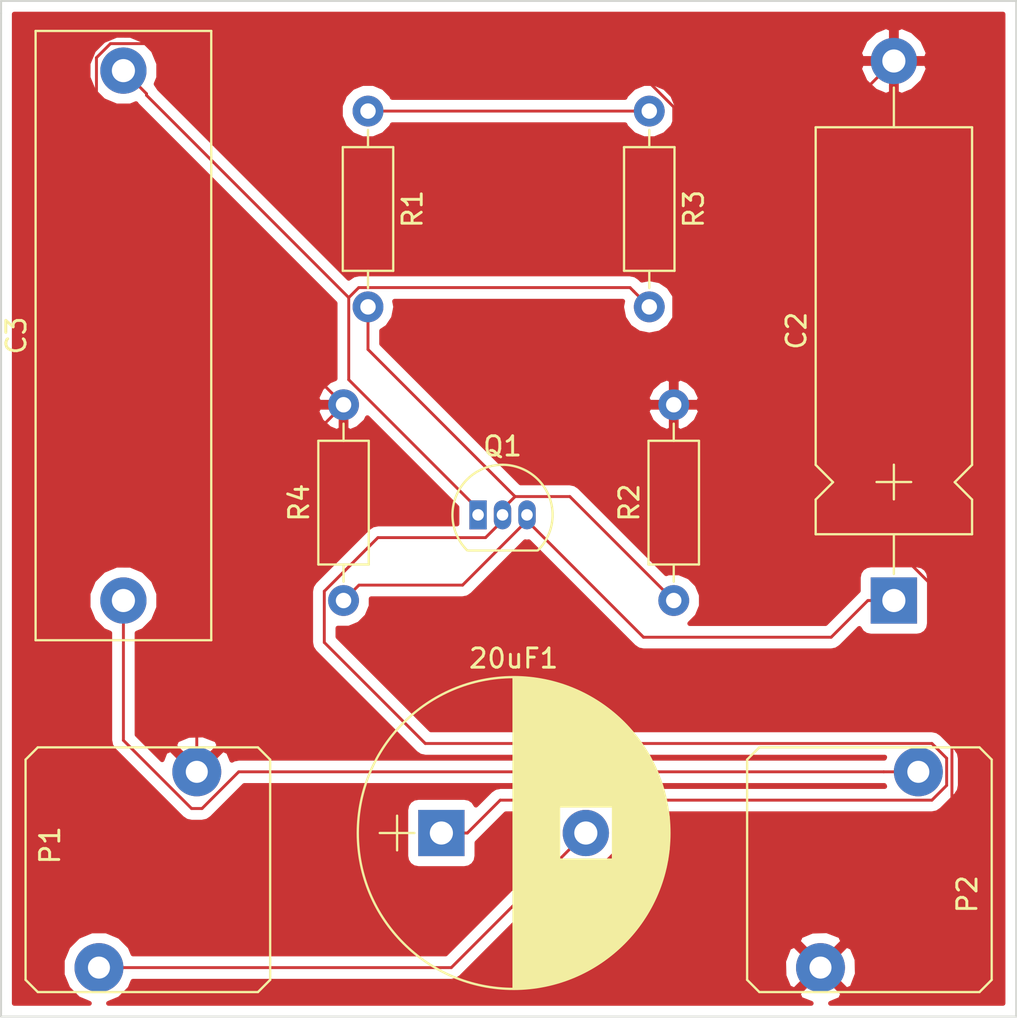
<source format=kicad_pcb>
(kicad_pcb (version 4) (host pcbnew 4.0.5)

  (general
    (links 14)
    (no_connects 0)
    (area 125.595 66.624999 178.485001 119.94)
    (thickness 1.6)
    (drawings 5)
    (tracks 62)
    (zones 0)
    (modules 10)
    (nets 8)
  )

  (page A4)
  (title_block
    (title Single_Transistor_AMP)
    (date 2017-05-11)
    (rev V1.0)
    (company "Ventspils University")
    (comment 2 "Emin Can Ozdemir")
    (comment 3 "PCB_Cad lecture")
  )

  (layers
    (0 F.Cu signal)
    (31 B.Cu signal)
    (33 F.Adhes user)
    (35 F.Paste user)
    (37 F.SilkS user)
    (39 F.Mask user)
    (40 Dwgs.User user)
    (41 Cmts.User user)
    (42 Eco1.User user)
    (43 Eco2.User user)
    (44 Edge.Cuts user)
    (45 Margin user)
    (47 F.CrtYd user)
    (49 F.Fab user)
  )

  (setup
    (last_trace_width 0.15)
    (trace_clearance 0.125)
    (zone_clearance 0.508)
    (zone_45_only no)
    (trace_min 0.1)
    (segment_width 0.2)
    (edge_width 0.1)
    (via_size 0.6)
    (via_drill 0.4)
    (via_min_size 0.4)
    (via_min_drill 0.3)
    (uvia_size 0.3)
    (uvia_drill 0.1)
    (uvias_allowed no)
    (uvia_min_size 0.2)
    (uvia_min_drill 0.1)
    (pcb_text_width 0.3)
    (pcb_text_size 1.5 1.5)
    (mod_edge_width 0.15)
    (mod_text_size 1 1)
    (mod_text_width 0.15)
    (pad_size 1.5 1.5)
    (pad_drill 0.6)
    (pad_to_mask_clearance 0)
    (aux_axis_origin 0 0)
    (visible_elements 7FFFEFFF)
    (pcbplotparams
      (layerselection 0x00020_80000001)
      (usegerberextensions false)
      (excludeedgelayer true)
      (linewidth 0.100000)
      (plotframeref false)
      (viasonmask false)
      (mode 1)
      (useauxorigin false)
      (hpglpennumber 1)
      (hpglpenspeed 20)
      (hpglpendiameter 15)
      (hpglpenoverlay 2)
      (psnegative false)
      (psa4output false)
      (plotreference true)
      (plotvalue false)
      (plotinvisibletext false)
      (padsonsilk false)
      (subtractmaskfromsilk false)
      (outputformat 1)
      (mirror false)
      (drillshape 0)
      (scaleselection 1)
      (outputdirectory ""))
  )

  (net 0 "")
  (net 1 "Net-(20uF1-Pad1)")
  (net 2 "Net-(20uF1-Pad2)")
  (net 3 "Net-(C2-Pad1)")
  (net 4 GND)
  (net 5 "Net-(C3-Pad1)")
  (net 6 "Net-(C3-Pad2)")
  (net 7 +12C)

  (net_class Default "This is the default net class."
    (clearance 0.125)
    (trace_width 0.15)
    (via_dia 0.6)
    (via_drill 0.4)
    (uvia_dia 0.3)
    (uvia_drill 0.1)
    (add_net +12C)
    (add_net GND)
    (add_net "Net-(20uF1-Pad1)")
    (add_net "Net-(20uF1-Pad2)")
    (add_net "Net-(C2-Pad1)")
    (add_net "Net-(C3-Pad1)")
    (add_net "Net-(C3-Pad2)")
  )

  (net_class power ""
    (clearance 0.15)
    (trace_width 0.25)
    (via_dia 0.6)
    (via_drill 0.4)
    (uvia_dia 0.3)
    (uvia_drill 0.1)
  )

  (module Resistors_THT:R_Axial_DIN0207_L6.3mm_D2.5mm_P10.16mm_Horizontal (layer F.Cu) (tedit 5874F706) (tstamp 5925D8DA)
    (at 159.385 72.39 270)
    (descr "Resistor, Axial_DIN0207 series, Axial, Horizontal, pin pitch=10.16mm, 0.25W = 1/4W, length*diameter=6.3*2.5mm^2, http://cdn-reichelt.de/documents/datenblatt/B400/1_4W%23YAG.pdf")
    (tags "Resistor Axial_DIN0207 series Axial Horizontal pin pitch 10.16mm 0.25W = 1/4W length 6.3mm diameter 2.5mm")
    (path /58D39641)
    (fp_text reference R3 (at 5.08 -2.31 270) (layer F.SilkS)
      (effects (font (size 1 1) (thickness 0.15)))
    )
    (fp_text value 4,7k (at 5.08 2.31 270) (layer F.Fab)
      (effects (font (size 1 1) (thickness 0.15)))
    )
    (fp_line (start 1.93 -1.25) (end 1.93 1.25) (layer F.Fab) (width 0.1))
    (fp_line (start 1.93 1.25) (end 8.23 1.25) (layer F.Fab) (width 0.1))
    (fp_line (start 8.23 1.25) (end 8.23 -1.25) (layer F.Fab) (width 0.1))
    (fp_line (start 8.23 -1.25) (end 1.93 -1.25) (layer F.Fab) (width 0.1))
    (fp_line (start 0 0) (end 1.93 0) (layer F.Fab) (width 0.1))
    (fp_line (start 10.16 0) (end 8.23 0) (layer F.Fab) (width 0.1))
    (fp_line (start 1.87 -1.31) (end 1.87 1.31) (layer F.SilkS) (width 0.12))
    (fp_line (start 1.87 1.31) (end 8.29 1.31) (layer F.SilkS) (width 0.12))
    (fp_line (start 8.29 1.31) (end 8.29 -1.31) (layer F.SilkS) (width 0.12))
    (fp_line (start 8.29 -1.31) (end 1.87 -1.31) (layer F.SilkS) (width 0.12))
    (fp_line (start 0.98 0) (end 1.87 0) (layer F.SilkS) (width 0.12))
    (fp_line (start 9.18 0) (end 8.29 0) (layer F.SilkS) (width 0.12))
    (fp_line (start -1.05 -1.6) (end -1.05 1.6) (layer F.CrtYd) (width 0.05))
    (fp_line (start -1.05 1.6) (end 11.25 1.6) (layer F.CrtYd) (width 0.05))
    (fp_line (start 11.25 1.6) (end 11.25 -1.6) (layer F.CrtYd) (width 0.05))
    (fp_line (start 11.25 -1.6) (end -1.05 -1.6) (layer F.CrtYd) (width 0.05))
    (pad 1 thru_hole circle (at 0 0 270) (size 1.6 1.6) (drill 0.8) (layers *.Cu *.Mask)
      (net 7 +12C))
    (pad 2 thru_hole oval (at 10.16 0 270) (size 1.6 1.6) (drill 0.8) (layers *.Cu *.Mask)
      (net 6 "Net-(C3-Pad2)"))
    (model Resistors_THT.3dshapes/R_Axial_DIN0207_L6.3mm_D2.5mm_P10.16mm_Horizontal.wrl
      (at (xyz 0 0 0))
      (scale (xyz 0.393701 0.393701 0.393701))
      (rotate (xyz 0 0 0))
    )
  )

  (module Capacitors_THT:C_Rect_L31.5mm_W9.0mm_P27.50mm_MKS4 (layer F.Cu) (tedit 5920C257) (tstamp 5925D86A)
    (at 132.08 97.79 90)
    (descr "C, Rect series, Radial, pin pitch=27.50mm, , length*width=31.5*9mm^2, Capacitor, http://www.wima.com/EN/WIMA_MKS_4.pdf")
    (tags "C Rect series Radial pin pitch 27.50mm  length 31.5mm width 9mm Capacitor")
    (path /58D3967E)
    (fp_text reference C3 (at 13.75 -5.56 90) (layer F.SilkS)
      (effects (font (size 1 1) (thickness 0.15)))
    )
    (fp_text value 20uF (at 13.75 5.56 90) (layer F.Fab)
      (effects (font (size 1 1) (thickness 0.15)))
    )
    (fp_text user %R (at 13.75 0 90) (layer F.Fab)
      (effects (font (size 1 1) (thickness 0.15)))
    )
    (fp_line (start -2 -4.5) (end -2 4.5) (layer F.Fab) (width 0.1))
    (fp_line (start -2 4.5) (end 29.5 4.5) (layer F.Fab) (width 0.1))
    (fp_line (start 29.5 4.5) (end 29.5 -4.5) (layer F.Fab) (width 0.1))
    (fp_line (start 29.5 -4.5) (end -2 -4.5) (layer F.Fab) (width 0.1))
    (fp_line (start -2.06 -4.56) (end 29.56 -4.56) (layer F.SilkS) (width 0.12))
    (fp_line (start -2.06 4.56) (end 29.56 4.56) (layer F.SilkS) (width 0.12))
    (fp_line (start -2.06 -4.56) (end -2.06 4.56) (layer F.SilkS) (width 0.12))
    (fp_line (start 29.56 -4.56) (end 29.56 4.56) (layer F.SilkS) (width 0.12))
    (fp_line (start -2.35 -4.85) (end -2.35 4.85) (layer F.CrtYd) (width 0.05))
    (fp_line (start -2.35 4.85) (end 29.85 4.85) (layer F.CrtYd) (width 0.05))
    (fp_line (start 29.85 4.85) (end 29.85 -4.85) (layer F.CrtYd) (width 0.05))
    (fp_line (start 29.85 -4.85) (end -2.35 -4.85) (layer F.CrtYd) (width 0.05))
    (pad 1 thru_hole circle (at 0 0 90) (size 2.4 2.4) (drill 1.2) (layers *.Cu *.Mask)
      (net 5 "Net-(C3-Pad1)"))
    (pad 2 thru_hole circle (at 27.5 0 90) (size 2.4 2.4) (drill 1.2) (layers *.Cu *.Mask)
      (net 6 "Net-(C3-Pad2)"))
    (model ${KISYS3DMOD}/Capacitors_THT.3dshapes/C_Rect_L31.5mm_W9.0mm_P27.50mm_MKS4.wrl
      (at (xyz 0 0 0))
      (scale (xyz 0.393701 0.393701 0.393701))
      (rotate (xyz 0 0 0))
    )
  )

  (module Resistors_THT:R_Axial_DIN0207_L6.3mm_D2.5mm_P10.16mm_Horizontal (layer F.Cu) (tedit 5874F706) (tstamp 5925D8F0)
    (at 143.51 97.79 90)
    (descr "Resistor, Axial_DIN0207 series, Axial, Horizontal, pin pitch=10.16mm, 0.25W = 1/4W, length*diameter=6.3*2.5mm^2, http://cdn-reichelt.de/documents/datenblatt/B400/1_4W%23YAG.pdf")
    (tags "Resistor Axial_DIN0207 series Axial Horizontal pin pitch 10.16mm 0.25W = 1/4W length 6.3mm diameter 2.5mm")
    (path /58D3971A)
    (fp_text reference R4 (at 5.08 -2.31 90) (layer F.SilkS)
      (effects (font (size 1 1) (thickness 0.15)))
    )
    (fp_text value 1,8k (at 5.08 2.31 90) (layer F.Fab)
      (effects (font (size 1 1) (thickness 0.15)))
    )
    (fp_line (start 1.93 -1.25) (end 1.93 1.25) (layer F.Fab) (width 0.1))
    (fp_line (start 1.93 1.25) (end 8.23 1.25) (layer F.Fab) (width 0.1))
    (fp_line (start 8.23 1.25) (end 8.23 -1.25) (layer F.Fab) (width 0.1))
    (fp_line (start 8.23 -1.25) (end 1.93 -1.25) (layer F.Fab) (width 0.1))
    (fp_line (start 0 0) (end 1.93 0) (layer F.Fab) (width 0.1))
    (fp_line (start 10.16 0) (end 8.23 0) (layer F.Fab) (width 0.1))
    (fp_line (start 1.87 -1.31) (end 1.87 1.31) (layer F.SilkS) (width 0.12))
    (fp_line (start 1.87 1.31) (end 8.29 1.31) (layer F.SilkS) (width 0.12))
    (fp_line (start 8.29 1.31) (end 8.29 -1.31) (layer F.SilkS) (width 0.12))
    (fp_line (start 8.29 -1.31) (end 1.87 -1.31) (layer F.SilkS) (width 0.12))
    (fp_line (start 0.98 0) (end 1.87 0) (layer F.SilkS) (width 0.12))
    (fp_line (start 9.18 0) (end 8.29 0) (layer F.SilkS) (width 0.12))
    (fp_line (start -1.05 -1.6) (end -1.05 1.6) (layer F.CrtYd) (width 0.05))
    (fp_line (start -1.05 1.6) (end 11.25 1.6) (layer F.CrtYd) (width 0.05))
    (fp_line (start 11.25 1.6) (end 11.25 -1.6) (layer F.CrtYd) (width 0.05))
    (fp_line (start 11.25 -1.6) (end -1.05 -1.6) (layer F.CrtYd) (width 0.05))
    (pad 1 thru_hole circle (at 0 0 90) (size 1.6 1.6) (drill 0.8) (layers *.Cu *.Mask)
      (net 3 "Net-(C2-Pad1)"))
    (pad 2 thru_hole oval (at 10.16 0 90) (size 1.6 1.6) (drill 0.8) (layers *.Cu *.Mask)
      (net 4 GND))
    (model Resistors_THT.3dshapes/R_Axial_DIN0207_L6.3mm_D2.5mm_P10.16mm_Horizontal.wrl
      (at (xyz 0 0 0))
      (scale (xyz 0.393701 0.393701 0.393701))
      (rotate (xyz 0 0 0))
    )
  )

  (module Capacitors_THT:CP_Radial_D16.0mm_P7.50mm (layer F.Cu) (tedit 5920C255) (tstamp 5925D830)
    (at 148.59 109.855)
    (descr "CP, Radial series, Radial, pin pitch=7.50mm, , diameter=16mm, Electrolytic Capacitor")
    (tags "CP Radial series Radial pin pitch 7.50mm  diameter 16mm Electrolytic Capacitor")
    (path /58D3956F)
    (fp_text reference 20uF1 (at 3.75 -9.06) (layer F.SilkS)
      (effects (font (size 1 1) (thickness 0.15)))
    )
    (fp_text value C (at 3.75 9.06) (layer F.Fab)
      (effects (font (size 1 1) (thickness 0.15)))
    )
    (fp_text user %R (at 3.75 0) (layer F.Fab)
      (effects (font (size 1 1) (thickness 0.15)))
    )
    (fp_line (start -3.2 0) (end -1.4 0) (layer F.Fab) (width 0.1))
    (fp_line (start -2.3 -0.9) (end -2.3 0.9) (layer F.Fab) (width 0.1))
    (fp_line (start 3.75 -8.051) (end 3.75 8.051) (layer F.SilkS) (width 0.12))
    (fp_line (start 3.79 -8.05) (end 3.79 8.05) (layer F.SilkS) (width 0.12))
    (fp_line (start 3.83 -8.05) (end 3.83 8.05) (layer F.SilkS) (width 0.12))
    (fp_line (start 3.87 -8.05) (end 3.87 8.05) (layer F.SilkS) (width 0.12))
    (fp_line (start 3.91 -8.049) (end 3.91 8.049) (layer F.SilkS) (width 0.12))
    (fp_line (start 3.95 -8.048) (end 3.95 8.048) (layer F.SilkS) (width 0.12))
    (fp_line (start 3.99 -8.047) (end 3.99 8.047) (layer F.SilkS) (width 0.12))
    (fp_line (start 4.03 -8.046) (end 4.03 8.046) (layer F.SilkS) (width 0.12))
    (fp_line (start 4.07 -8.044) (end 4.07 8.044) (layer F.SilkS) (width 0.12))
    (fp_line (start 4.11 -8.042) (end 4.11 8.042) (layer F.SilkS) (width 0.12))
    (fp_line (start 4.15 -8.041) (end 4.15 8.041) (layer F.SilkS) (width 0.12))
    (fp_line (start 4.19 -8.039) (end 4.19 8.039) (layer F.SilkS) (width 0.12))
    (fp_line (start 4.23 -8.036) (end 4.23 8.036) (layer F.SilkS) (width 0.12))
    (fp_line (start 4.27 -8.034) (end 4.27 8.034) (layer F.SilkS) (width 0.12))
    (fp_line (start 4.31 -8.031) (end 4.31 8.031) (layer F.SilkS) (width 0.12))
    (fp_line (start 4.35 -8.028) (end 4.35 8.028) (layer F.SilkS) (width 0.12))
    (fp_line (start 4.39 -8.025) (end 4.39 8.025) (layer F.SilkS) (width 0.12))
    (fp_line (start 4.43 -8.022) (end 4.43 8.022) (layer F.SilkS) (width 0.12))
    (fp_line (start 4.471 -8.018) (end 4.471 8.018) (layer F.SilkS) (width 0.12))
    (fp_line (start 4.511 -8.015) (end 4.511 8.015) (layer F.SilkS) (width 0.12))
    (fp_line (start 4.551 -8.011) (end 4.551 8.011) (layer F.SilkS) (width 0.12))
    (fp_line (start 4.591 -8.007) (end 4.591 8.007) (layer F.SilkS) (width 0.12))
    (fp_line (start 4.631 -8.002) (end 4.631 8.002) (layer F.SilkS) (width 0.12))
    (fp_line (start 4.671 -7.998) (end 4.671 7.998) (layer F.SilkS) (width 0.12))
    (fp_line (start 4.711 -7.993) (end 4.711 7.993) (layer F.SilkS) (width 0.12))
    (fp_line (start 4.751 -7.988) (end 4.751 7.988) (layer F.SilkS) (width 0.12))
    (fp_line (start 4.791 -7.983) (end 4.791 7.983) (layer F.SilkS) (width 0.12))
    (fp_line (start 4.831 -7.978) (end 4.831 7.978) (layer F.SilkS) (width 0.12))
    (fp_line (start 4.871 -7.973) (end 4.871 7.973) (layer F.SilkS) (width 0.12))
    (fp_line (start 4.911 -7.967) (end 4.911 7.967) (layer F.SilkS) (width 0.12))
    (fp_line (start 4.951 -7.961) (end 4.951 7.961) (layer F.SilkS) (width 0.12))
    (fp_line (start 4.991 -7.955) (end 4.991 7.955) (layer F.SilkS) (width 0.12))
    (fp_line (start 5.031 -7.949) (end 5.031 7.949) (layer F.SilkS) (width 0.12))
    (fp_line (start 5.071 -7.942) (end 5.071 7.942) (layer F.SilkS) (width 0.12))
    (fp_line (start 5.111 -7.935) (end 5.111 7.935) (layer F.SilkS) (width 0.12))
    (fp_line (start 5.151 -7.928) (end 5.151 7.928) (layer F.SilkS) (width 0.12))
    (fp_line (start 5.191 -7.921) (end 5.191 7.921) (layer F.SilkS) (width 0.12))
    (fp_line (start 5.231 -7.914) (end 5.231 7.914) (layer F.SilkS) (width 0.12))
    (fp_line (start 5.271 -7.906) (end 5.271 7.906) (layer F.SilkS) (width 0.12))
    (fp_line (start 5.311 -7.899) (end 5.311 7.899) (layer F.SilkS) (width 0.12))
    (fp_line (start 5.351 -7.891) (end 5.351 7.891) (layer F.SilkS) (width 0.12))
    (fp_line (start 5.391 -7.883) (end 5.391 7.883) (layer F.SilkS) (width 0.12))
    (fp_line (start 5.431 -7.874) (end 5.431 7.874) (layer F.SilkS) (width 0.12))
    (fp_line (start 5.471 -7.866) (end 5.471 7.866) (layer F.SilkS) (width 0.12))
    (fp_line (start 5.511 -7.857) (end 5.511 7.857) (layer F.SilkS) (width 0.12))
    (fp_line (start 5.551 -7.848) (end 5.551 7.848) (layer F.SilkS) (width 0.12))
    (fp_line (start 5.591 -7.838) (end 5.591 7.838) (layer F.SilkS) (width 0.12))
    (fp_line (start 5.631 -7.829) (end 5.631 7.829) (layer F.SilkS) (width 0.12))
    (fp_line (start 5.671 -7.819) (end 5.671 7.819) (layer F.SilkS) (width 0.12))
    (fp_line (start 5.711 -7.809) (end 5.711 7.809) (layer F.SilkS) (width 0.12))
    (fp_line (start 5.751 -7.799) (end 5.751 7.799) (layer F.SilkS) (width 0.12))
    (fp_line (start 5.791 -7.789) (end 5.791 7.789) (layer F.SilkS) (width 0.12))
    (fp_line (start 5.831 -7.779) (end 5.831 7.779) (layer F.SilkS) (width 0.12))
    (fp_line (start 5.871 -7.768) (end 5.871 7.768) (layer F.SilkS) (width 0.12))
    (fp_line (start 5.911 -7.757) (end 5.911 7.757) (layer F.SilkS) (width 0.12))
    (fp_line (start 5.951 -7.746) (end 5.951 7.746) (layer F.SilkS) (width 0.12))
    (fp_line (start 5.991 -7.734) (end 5.991 7.734) (layer F.SilkS) (width 0.12))
    (fp_line (start 6.031 -7.723) (end 6.031 7.723) (layer F.SilkS) (width 0.12))
    (fp_line (start 6.071 -7.711) (end 6.071 7.711) (layer F.SilkS) (width 0.12))
    (fp_line (start 6.111 -7.699) (end 6.111 7.699) (layer F.SilkS) (width 0.12))
    (fp_line (start 6.151 -7.686) (end 6.151 -1.38) (layer F.SilkS) (width 0.12))
    (fp_line (start 6.151 1.38) (end 6.151 7.686) (layer F.SilkS) (width 0.12))
    (fp_line (start 6.191 -7.674) (end 6.191 -1.38) (layer F.SilkS) (width 0.12))
    (fp_line (start 6.191 1.38) (end 6.191 7.674) (layer F.SilkS) (width 0.12))
    (fp_line (start 6.231 -7.661) (end 6.231 -1.38) (layer F.SilkS) (width 0.12))
    (fp_line (start 6.231 1.38) (end 6.231 7.661) (layer F.SilkS) (width 0.12))
    (fp_line (start 6.271 -7.648) (end 6.271 -1.38) (layer F.SilkS) (width 0.12))
    (fp_line (start 6.271 1.38) (end 6.271 7.648) (layer F.SilkS) (width 0.12))
    (fp_line (start 6.311 -7.635) (end 6.311 -1.38) (layer F.SilkS) (width 0.12))
    (fp_line (start 6.311 1.38) (end 6.311 7.635) (layer F.SilkS) (width 0.12))
    (fp_line (start 6.351 -7.621) (end 6.351 -1.38) (layer F.SilkS) (width 0.12))
    (fp_line (start 6.351 1.38) (end 6.351 7.621) (layer F.SilkS) (width 0.12))
    (fp_line (start 6.391 -7.608) (end 6.391 -1.38) (layer F.SilkS) (width 0.12))
    (fp_line (start 6.391 1.38) (end 6.391 7.608) (layer F.SilkS) (width 0.12))
    (fp_line (start 6.431 -7.594) (end 6.431 -1.38) (layer F.SilkS) (width 0.12))
    (fp_line (start 6.431 1.38) (end 6.431 7.594) (layer F.SilkS) (width 0.12))
    (fp_line (start 6.471 -7.58) (end 6.471 -1.38) (layer F.SilkS) (width 0.12))
    (fp_line (start 6.471 1.38) (end 6.471 7.58) (layer F.SilkS) (width 0.12))
    (fp_line (start 6.511 -7.565) (end 6.511 -1.38) (layer F.SilkS) (width 0.12))
    (fp_line (start 6.511 1.38) (end 6.511 7.565) (layer F.SilkS) (width 0.12))
    (fp_line (start 6.551 -7.55) (end 6.551 -1.38) (layer F.SilkS) (width 0.12))
    (fp_line (start 6.551 1.38) (end 6.551 7.55) (layer F.SilkS) (width 0.12))
    (fp_line (start 6.591 -7.536) (end 6.591 -1.38) (layer F.SilkS) (width 0.12))
    (fp_line (start 6.591 1.38) (end 6.591 7.536) (layer F.SilkS) (width 0.12))
    (fp_line (start 6.631 -7.521) (end 6.631 -1.38) (layer F.SilkS) (width 0.12))
    (fp_line (start 6.631 1.38) (end 6.631 7.521) (layer F.SilkS) (width 0.12))
    (fp_line (start 6.671 -7.505) (end 6.671 -1.38) (layer F.SilkS) (width 0.12))
    (fp_line (start 6.671 1.38) (end 6.671 7.505) (layer F.SilkS) (width 0.12))
    (fp_line (start 6.711 -7.49) (end 6.711 -1.38) (layer F.SilkS) (width 0.12))
    (fp_line (start 6.711 1.38) (end 6.711 7.49) (layer F.SilkS) (width 0.12))
    (fp_line (start 6.751 -7.474) (end 6.751 -1.38) (layer F.SilkS) (width 0.12))
    (fp_line (start 6.751 1.38) (end 6.751 7.474) (layer F.SilkS) (width 0.12))
    (fp_line (start 6.791 -7.458) (end 6.791 -1.38) (layer F.SilkS) (width 0.12))
    (fp_line (start 6.791 1.38) (end 6.791 7.458) (layer F.SilkS) (width 0.12))
    (fp_line (start 6.831 -7.441) (end 6.831 -1.38) (layer F.SilkS) (width 0.12))
    (fp_line (start 6.831 1.38) (end 6.831 7.441) (layer F.SilkS) (width 0.12))
    (fp_line (start 6.871 -7.425) (end 6.871 -1.38) (layer F.SilkS) (width 0.12))
    (fp_line (start 6.871 1.38) (end 6.871 7.425) (layer F.SilkS) (width 0.12))
    (fp_line (start 6.911 -7.408) (end 6.911 -1.38) (layer F.SilkS) (width 0.12))
    (fp_line (start 6.911 1.38) (end 6.911 7.408) (layer F.SilkS) (width 0.12))
    (fp_line (start 6.951 -7.391) (end 6.951 -1.38) (layer F.SilkS) (width 0.12))
    (fp_line (start 6.951 1.38) (end 6.951 7.391) (layer F.SilkS) (width 0.12))
    (fp_line (start 6.991 -7.373) (end 6.991 -1.38) (layer F.SilkS) (width 0.12))
    (fp_line (start 6.991 1.38) (end 6.991 7.373) (layer F.SilkS) (width 0.12))
    (fp_line (start 7.031 -7.356) (end 7.031 -1.38) (layer F.SilkS) (width 0.12))
    (fp_line (start 7.031 1.38) (end 7.031 7.356) (layer F.SilkS) (width 0.12))
    (fp_line (start 7.071 -7.338) (end 7.071 -1.38) (layer F.SilkS) (width 0.12))
    (fp_line (start 7.071 1.38) (end 7.071 7.338) (layer F.SilkS) (width 0.12))
    (fp_line (start 7.111 -7.32) (end 7.111 -1.38) (layer F.SilkS) (width 0.12))
    (fp_line (start 7.111 1.38) (end 7.111 7.32) (layer F.SilkS) (width 0.12))
    (fp_line (start 7.151 -7.301) (end 7.151 -1.38) (layer F.SilkS) (width 0.12))
    (fp_line (start 7.151 1.38) (end 7.151 7.301) (layer F.SilkS) (width 0.12))
    (fp_line (start 7.191 -7.283) (end 7.191 -1.38) (layer F.SilkS) (width 0.12))
    (fp_line (start 7.191 1.38) (end 7.191 7.283) (layer F.SilkS) (width 0.12))
    (fp_line (start 7.231 -7.264) (end 7.231 -1.38) (layer F.SilkS) (width 0.12))
    (fp_line (start 7.231 1.38) (end 7.231 7.264) (layer F.SilkS) (width 0.12))
    (fp_line (start 7.271 -7.245) (end 7.271 -1.38) (layer F.SilkS) (width 0.12))
    (fp_line (start 7.271 1.38) (end 7.271 7.245) (layer F.SilkS) (width 0.12))
    (fp_line (start 7.311 -7.225) (end 7.311 -1.38) (layer F.SilkS) (width 0.12))
    (fp_line (start 7.311 1.38) (end 7.311 7.225) (layer F.SilkS) (width 0.12))
    (fp_line (start 7.351 -7.205) (end 7.351 -1.38) (layer F.SilkS) (width 0.12))
    (fp_line (start 7.351 1.38) (end 7.351 7.205) (layer F.SilkS) (width 0.12))
    (fp_line (start 7.391 -7.185) (end 7.391 -1.38) (layer F.SilkS) (width 0.12))
    (fp_line (start 7.391 1.38) (end 7.391 7.185) (layer F.SilkS) (width 0.12))
    (fp_line (start 7.431 -7.165) (end 7.431 -1.38) (layer F.SilkS) (width 0.12))
    (fp_line (start 7.431 1.38) (end 7.431 7.165) (layer F.SilkS) (width 0.12))
    (fp_line (start 7.471 -7.144) (end 7.471 -1.38) (layer F.SilkS) (width 0.12))
    (fp_line (start 7.471 1.38) (end 7.471 7.144) (layer F.SilkS) (width 0.12))
    (fp_line (start 7.511 -7.124) (end 7.511 -1.38) (layer F.SilkS) (width 0.12))
    (fp_line (start 7.511 1.38) (end 7.511 7.124) (layer F.SilkS) (width 0.12))
    (fp_line (start 7.551 -7.102) (end 7.551 -1.38) (layer F.SilkS) (width 0.12))
    (fp_line (start 7.551 1.38) (end 7.551 7.102) (layer F.SilkS) (width 0.12))
    (fp_line (start 7.591 -7.081) (end 7.591 -1.38) (layer F.SilkS) (width 0.12))
    (fp_line (start 7.591 1.38) (end 7.591 7.081) (layer F.SilkS) (width 0.12))
    (fp_line (start 7.631 -7.059) (end 7.631 -1.38) (layer F.SilkS) (width 0.12))
    (fp_line (start 7.631 1.38) (end 7.631 7.059) (layer F.SilkS) (width 0.12))
    (fp_line (start 7.671 -7.037) (end 7.671 -1.38) (layer F.SilkS) (width 0.12))
    (fp_line (start 7.671 1.38) (end 7.671 7.037) (layer F.SilkS) (width 0.12))
    (fp_line (start 7.711 -7.015) (end 7.711 -1.38) (layer F.SilkS) (width 0.12))
    (fp_line (start 7.711 1.38) (end 7.711 7.015) (layer F.SilkS) (width 0.12))
    (fp_line (start 7.751 -6.992) (end 7.751 -1.38) (layer F.SilkS) (width 0.12))
    (fp_line (start 7.751 1.38) (end 7.751 6.992) (layer F.SilkS) (width 0.12))
    (fp_line (start 7.791 -6.97) (end 7.791 -1.38) (layer F.SilkS) (width 0.12))
    (fp_line (start 7.791 1.38) (end 7.791 6.97) (layer F.SilkS) (width 0.12))
    (fp_line (start 7.831 -6.946) (end 7.831 -1.38) (layer F.SilkS) (width 0.12))
    (fp_line (start 7.831 1.38) (end 7.831 6.946) (layer F.SilkS) (width 0.12))
    (fp_line (start 7.871 -6.923) (end 7.871 -1.38) (layer F.SilkS) (width 0.12))
    (fp_line (start 7.871 1.38) (end 7.871 6.923) (layer F.SilkS) (width 0.12))
    (fp_line (start 7.911 -6.899) (end 7.911 -1.38) (layer F.SilkS) (width 0.12))
    (fp_line (start 7.911 1.38) (end 7.911 6.899) (layer F.SilkS) (width 0.12))
    (fp_line (start 7.951 -6.875) (end 7.951 -1.38) (layer F.SilkS) (width 0.12))
    (fp_line (start 7.951 1.38) (end 7.951 6.875) (layer F.SilkS) (width 0.12))
    (fp_line (start 7.991 -6.85) (end 7.991 -1.38) (layer F.SilkS) (width 0.12))
    (fp_line (start 7.991 1.38) (end 7.991 6.85) (layer F.SilkS) (width 0.12))
    (fp_line (start 8.031 -6.826) (end 8.031 -1.38) (layer F.SilkS) (width 0.12))
    (fp_line (start 8.031 1.38) (end 8.031 6.826) (layer F.SilkS) (width 0.12))
    (fp_line (start 8.071 -6.801) (end 8.071 -1.38) (layer F.SilkS) (width 0.12))
    (fp_line (start 8.071 1.38) (end 8.071 6.801) (layer F.SilkS) (width 0.12))
    (fp_line (start 8.111 -6.775) (end 8.111 -1.38) (layer F.SilkS) (width 0.12))
    (fp_line (start 8.111 1.38) (end 8.111 6.775) (layer F.SilkS) (width 0.12))
    (fp_line (start 8.151 -6.749) (end 8.151 -1.38) (layer F.SilkS) (width 0.12))
    (fp_line (start 8.151 1.38) (end 8.151 6.749) (layer F.SilkS) (width 0.12))
    (fp_line (start 8.191 -6.723) (end 8.191 -1.38) (layer F.SilkS) (width 0.12))
    (fp_line (start 8.191 1.38) (end 8.191 6.723) (layer F.SilkS) (width 0.12))
    (fp_line (start 8.231 -6.697) (end 8.231 -1.38) (layer F.SilkS) (width 0.12))
    (fp_line (start 8.231 1.38) (end 8.231 6.697) (layer F.SilkS) (width 0.12))
    (fp_line (start 8.271 -6.67) (end 8.271 -1.38) (layer F.SilkS) (width 0.12))
    (fp_line (start 8.271 1.38) (end 8.271 6.67) (layer F.SilkS) (width 0.12))
    (fp_line (start 8.311 -6.643) (end 8.311 -1.38) (layer F.SilkS) (width 0.12))
    (fp_line (start 8.311 1.38) (end 8.311 6.643) (layer F.SilkS) (width 0.12))
    (fp_line (start 8.351 -6.615) (end 8.351 -1.38) (layer F.SilkS) (width 0.12))
    (fp_line (start 8.351 1.38) (end 8.351 6.615) (layer F.SilkS) (width 0.12))
    (fp_line (start 8.391 -6.588) (end 8.391 -1.38) (layer F.SilkS) (width 0.12))
    (fp_line (start 8.391 1.38) (end 8.391 6.588) (layer F.SilkS) (width 0.12))
    (fp_line (start 8.431 -6.559) (end 8.431 -1.38) (layer F.SilkS) (width 0.12))
    (fp_line (start 8.431 1.38) (end 8.431 6.559) (layer F.SilkS) (width 0.12))
    (fp_line (start 8.471 -6.531) (end 8.471 -1.38) (layer F.SilkS) (width 0.12))
    (fp_line (start 8.471 1.38) (end 8.471 6.531) (layer F.SilkS) (width 0.12))
    (fp_line (start 8.511 -6.502) (end 8.511 -1.38) (layer F.SilkS) (width 0.12))
    (fp_line (start 8.511 1.38) (end 8.511 6.502) (layer F.SilkS) (width 0.12))
    (fp_line (start 8.551 -6.473) (end 8.551 -1.38) (layer F.SilkS) (width 0.12))
    (fp_line (start 8.551 1.38) (end 8.551 6.473) (layer F.SilkS) (width 0.12))
    (fp_line (start 8.591 -6.443) (end 8.591 -1.38) (layer F.SilkS) (width 0.12))
    (fp_line (start 8.591 1.38) (end 8.591 6.443) (layer F.SilkS) (width 0.12))
    (fp_line (start 8.631 -6.413) (end 8.631 -1.38) (layer F.SilkS) (width 0.12))
    (fp_line (start 8.631 1.38) (end 8.631 6.413) (layer F.SilkS) (width 0.12))
    (fp_line (start 8.671 -6.382) (end 8.671 -1.38) (layer F.SilkS) (width 0.12))
    (fp_line (start 8.671 1.38) (end 8.671 6.382) (layer F.SilkS) (width 0.12))
    (fp_line (start 8.711 -6.352) (end 8.711 -1.38) (layer F.SilkS) (width 0.12))
    (fp_line (start 8.711 1.38) (end 8.711 6.352) (layer F.SilkS) (width 0.12))
    (fp_line (start 8.751 -6.32) (end 8.751 -1.38) (layer F.SilkS) (width 0.12))
    (fp_line (start 8.751 1.38) (end 8.751 6.32) (layer F.SilkS) (width 0.12))
    (fp_line (start 8.791 -6.289) (end 8.791 -1.38) (layer F.SilkS) (width 0.12))
    (fp_line (start 8.791 1.38) (end 8.791 6.289) (layer F.SilkS) (width 0.12))
    (fp_line (start 8.831 -6.257) (end 8.831 -1.38) (layer F.SilkS) (width 0.12))
    (fp_line (start 8.831 1.38) (end 8.831 6.257) (layer F.SilkS) (width 0.12))
    (fp_line (start 8.871 -6.224) (end 8.871 -1.38) (layer F.SilkS) (width 0.12))
    (fp_line (start 8.871 1.38) (end 8.871 6.224) (layer F.SilkS) (width 0.12))
    (fp_line (start 8.911 -6.191) (end 8.911 6.191) (layer F.SilkS) (width 0.12))
    (fp_line (start 8.951 -6.158) (end 8.951 6.158) (layer F.SilkS) (width 0.12))
    (fp_line (start 8.991 -6.124) (end 8.991 6.124) (layer F.SilkS) (width 0.12))
    (fp_line (start 9.031 -6.09) (end 9.031 6.09) (layer F.SilkS) (width 0.12))
    (fp_line (start 9.071 -6.055) (end 9.071 6.055) (layer F.SilkS) (width 0.12))
    (fp_line (start 9.111 -6.02) (end 9.111 6.02) (layer F.SilkS) (width 0.12))
    (fp_line (start 9.151 -5.984) (end 9.151 5.984) (layer F.SilkS) (width 0.12))
    (fp_line (start 9.191 -5.948) (end 9.191 5.948) (layer F.SilkS) (width 0.12))
    (fp_line (start 9.231 -5.912) (end 9.231 5.912) (layer F.SilkS) (width 0.12))
    (fp_line (start 9.271 -5.875) (end 9.271 5.875) (layer F.SilkS) (width 0.12))
    (fp_line (start 9.311 -5.837) (end 9.311 5.837) (layer F.SilkS) (width 0.12))
    (fp_line (start 9.351 -5.799) (end 9.351 5.799) (layer F.SilkS) (width 0.12))
    (fp_line (start 9.391 -5.76) (end 9.391 5.76) (layer F.SilkS) (width 0.12))
    (fp_line (start 9.431 -5.721) (end 9.431 5.721) (layer F.SilkS) (width 0.12))
    (fp_line (start 9.471 -5.681) (end 9.471 5.681) (layer F.SilkS) (width 0.12))
    (fp_line (start 9.511 -5.641) (end 9.511 5.641) (layer F.SilkS) (width 0.12))
    (fp_line (start 9.551 -5.6) (end 9.551 5.6) (layer F.SilkS) (width 0.12))
    (fp_line (start 9.591 -5.559) (end 9.591 5.559) (layer F.SilkS) (width 0.12))
    (fp_line (start 9.631 -5.517) (end 9.631 5.517) (layer F.SilkS) (width 0.12))
    (fp_line (start 9.671 -5.474) (end 9.671 5.474) (layer F.SilkS) (width 0.12))
    (fp_line (start 9.711 -5.431) (end 9.711 5.431) (layer F.SilkS) (width 0.12))
    (fp_line (start 9.751 -5.387) (end 9.751 5.387) (layer F.SilkS) (width 0.12))
    (fp_line (start 9.791 -5.343) (end 9.791 5.343) (layer F.SilkS) (width 0.12))
    (fp_line (start 9.831 -5.297) (end 9.831 5.297) (layer F.SilkS) (width 0.12))
    (fp_line (start 9.871 -5.251) (end 9.871 5.251) (layer F.SilkS) (width 0.12))
    (fp_line (start 9.911 -5.205) (end 9.911 5.205) (layer F.SilkS) (width 0.12))
    (fp_line (start 9.951 -5.157) (end 9.951 5.157) (layer F.SilkS) (width 0.12))
    (fp_line (start 9.991 -5.109) (end 9.991 5.109) (layer F.SilkS) (width 0.12))
    (fp_line (start 10.031 -5.06) (end 10.031 5.06) (layer F.SilkS) (width 0.12))
    (fp_line (start 10.071 -5.011) (end 10.071 5.011) (layer F.SilkS) (width 0.12))
    (fp_line (start 10.111 -4.96) (end 10.111 4.96) (layer F.SilkS) (width 0.12))
    (fp_line (start 10.151 -4.909) (end 10.151 4.909) (layer F.SilkS) (width 0.12))
    (fp_line (start 10.191 -4.857) (end 10.191 4.857) (layer F.SilkS) (width 0.12))
    (fp_line (start 10.231 -4.804) (end 10.231 4.804) (layer F.SilkS) (width 0.12))
    (fp_line (start 10.271 -4.75) (end 10.271 4.75) (layer F.SilkS) (width 0.12))
    (fp_line (start 10.311 -4.695) (end 10.311 4.695) (layer F.SilkS) (width 0.12))
    (fp_line (start 10.351 -4.639) (end 10.351 4.639) (layer F.SilkS) (width 0.12))
    (fp_line (start 10.391 -4.582) (end 10.391 4.582) (layer F.SilkS) (width 0.12))
    (fp_line (start 10.431 -4.524) (end 10.431 4.524) (layer F.SilkS) (width 0.12))
    (fp_line (start 10.471 -4.465) (end 10.471 4.465) (layer F.SilkS) (width 0.12))
    (fp_line (start 10.511 -4.405) (end 10.511 4.405) (layer F.SilkS) (width 0.12))
    (fp_line (start 10.551 -4.343) (end 10.551 4.343) (layer F.SilkS) (width 0.12))
    (fp_line (start 10.591 -4.281) (end 10.591 4.281) (layer F.SilkS) (width 0.12))
    (fp_line (start 10.631 -4.217) (end 10.631 4.217) (layer F.SilkS) (width 0.12))
    (fp_line (start 10.671 -4.151) (end 10.671 4.151) (layer F.SilkS) (width 0.12))
    (fp_line (start 10.711 -4.084) (end 10.711 4.084) (layer F.SilkS) (width 0.12))
    (fp_line (start 10.751 -4.016) (end 10.751 4.016) (layer F.SilkS) (width 0.12))
    (fp_line (start 10.791 -3.946) (end 10.791 3.946) (layer F.SilkS) (width 0.12))
    (fp_line (start 10.831 -3.875) (end 10.831 3.875) (layer F.SilkS) (width 0.12))
    (fp_line (start 10.871 -3.802) (end 10.871 3.802) (layer F.SilkS) (width 0.12))
    (fp_line (start 10.911 -3.726) (end 10.911 3.726) (layer F.SilkS) (width 0.12))
    (fp_line (start 10.951 -3.649) (end 10.951 3.649) (layer F.SilkS) (width 0.12))
    (fp_line (start 10.991 -3.57) (end 10.991 3.57) (layer F.SilkS) (width 0.12))
    (fp_line (start 11.031 -3.489) (end 11.031 3.489) (layer F.SilkS) (width 0.12))
    (fp_line (start 11.071 -3.405) (end 11.071 3.405) (layer F.SilkS) (width 0.12))
    (fp_line (start 11.111 -3.319) (end 11.111 3.319) (layer F.SilkS) (width 0.12))
    (fp_line (start 11.151 -3.23) (end 11.151 3.23) (layer F.SilkS) (width 0.12))
    (fp_line (start 11.191 -3.138) (end 11.191 3.138) (layer F.SilkS) (width 0.12))
    (fp_line (start 11.231 -3.042) (end 11.231 3.042) (layer F.SilkS) (width 0.12))
    (fp_line (start 11.271 -2.943) (end 11.271 2.943) (layer F.SilkS) (width 0.12))
    (fp_line (start 11.311 -2.841) (end 11.311 2.841) (layer F.SilkS) (width 0.12))
    (fp_line (start 11.351 -2.733) (end 11.351 2.733) (layer F.SilkS) (width 0.12))
    (fp_line (start 11.391 -2.621) (end 11.391 2.621) (layer F.SilkS) (width 0.12))
    (fp_line (start 11.431 -2.503) (end 11.431 2.503) (layer F.SilkS) (width 0.12))
    (fp_line (start 11.471 -2.379) (end 11.471 2.379) (layer F.SilkS) (width 0.12))
    (fp_line (start 11.511 -2.248) (end 11.511 2.248) (layer F.SilkS) (width 0.12))
    (fp_line (start 11.551 -2.107) (end 11.551 2.107) (layer F.SilkS) (width 0.12))
    (fp_line (start 11.591 -1.956) (end 11.591 1.956) (layer F.SilkS) (width 0.12))
    (fp_line (start 11.631 -1.792) (end 11.631 1.792) (layer F.SilkS) (width 0.12))
    (fp_line (start 11.671 -1.61) (end 11.671 1.61) (layer F.SilkS) (width 0.12))
    (fp_line (start 11.711 -1.405) (end 11.711 1.405) (layer F.SilkS) (width 0.12))
    (fp_line (start 11.751 -1.164) (end 11.751 1.164) (layer F.SilkS) (width 0.12))
    (fp_line (start 11.791 -0.859) (end 11.791 0.859) (layer F.SilkS) (width 0.12))
    (fp_line (start 11.831 -0.363) (end 11.831 0.363) (layer F.SilkS) (width 0.12))
    (fp_line (start -3.2 0) (end -1.4 0) (layer F.SilkS) (width 0.12))
    (fp_line (start -2.3 -0.9) (end -2.3 0.9) (layer F.SilkS) (width 0.12))
    (fp_line (start -4.6 -8.35) (end -4.6 8.35) (layer F.CrtYd) (width 0.05))
    (fp_line (start -4.6 8.35) (end 12.1 8.35) (layer F.CrtYd) (width 0.05))
    (fp_line (start 12.1 8.35) (end 12.1 -8.35) (layer F.CrtYd) (width 0.05))
    (fp_line (start 12.1 -8.35) (end -4.6 -8.35) (layer F.CrtYd) (width 0.05))
    (fp_circle (center 3.75 0) (end 11.75 0) (layer F.Fab) (width 0.1))
    (fp_circle (center 3.75 0) (end 11.84 0) (layer F.SilkS) (width 0.12))
    (pad 1 thru_hole rect (at 0 0) (size 2.4 2.4) (drill 1.2) (layers *.Cu *.Mask)
      (net 1 "Net-(20uF1-Pad1)"))
    (pad 2 thru_hole circle (at 7.5 0) (size 2.4 2.4) (drill 1.2) (layers *.Cu *.Mask)
      (net 2 "Net-(20uF1-Pad2)"))
    (model ${KISYS3DMOD}/Capacitors_THT.3dshapes/CP_Radial_D16.0mm_P7.50mm.wrl
      (at (xyz 0 0 0))
      (scale (xyz 0.393701 0.393701 0.393701))
      (rotate (xyz 0 0 0))
    )
  )

  (module Capacitors_THT:CP_Axial_L21.0mm_D8.0mm_P28.00mm_Horizontal (layer F.Cu) (tedit 5920C254) (tstamp 5925D857)
    (at 172.085 97.79 90)
    (descr "CP, Axial series, Axial, Horizontal, pin pitch=28mm, , length*diameter=21*8mm^2, Electrolytic Capacitor")
    (tags "CP Axial series Axial Horizontal pin pitch 28mm  length 21mm diameter 8mm Electrolytic Capacitor")
    (path /58D396C3)
    (fp_text reference C2 (at 14 -5.06 90) (layer F.SilkS)
      (effects (font (size 1 1) (thickness 0.15)))
    )
    (fp_text value 50uF (at 14 5.06 90) (layer F.Fab)
      (effects (font (size 1 1) (thickness 0.15)))
    )
    (fp_text user %R (at 14 0 90) (layer F.Fab)
      (effects (font (size 1 1) (thickness 0.15)))
    )
    (fp_line (start 3.5 -4) (end 3.5 4) (layer F.Fab) (width 0.1))
    (fp_line (start 24.5 -4) (end 24.5 4) (layer F.Fab) (width 0.1))
    (fp_line (start 3.5 -4) (end 5.24 -4) (layer F.Fab) (width 0.1))
    (fp_line (start 5.24 -4) (end 6.14 -3.1) (layer F.Fab) (width 0.1))
    (fp_line (start 6.14 -3.1) (end 7.04 -4) (layer F.Fab) (width 0.1))
    (fp_line (start 7.04 -4) (end 24.5 -4) (layer F.Fab) (width 0.1))
    (fp_line (start 3.5 4) (end 5.24 4) (layer F.Fab) (width 0.1))
    (fp_line (start 5.24 4) (end 6.14 3.1) (layer F.Fab) (width 0.1))
    (fp_line (start 6.14 3.1) (end 7.04 4) (layer F.Fab) (width 0.1))
    (fp_line (start 7.04 4) (end 24.5 4) (layer F.Fab) (width 0.1))
    (fp_line (start 0 0) (end 3.5 0) (layer F.Fab) (width 0.1))
    (fp_line (start 28 0) (end 24.5 0) (layer F.Fab) (width 0.1))
    (fp_line (start 5.25 0) (end 7.05 0) (layer F.Fab) (width 0.1))
    (fp_line (start 6.15 -0.9) (end 6.15 0.9) (layer F.Fab) (width 0.1))
    (fp_line (start 5.25 0) (end 7.05 0) (layer F.SilkS) (width 0.12))
    (fp_line (start 6.15 -0.9) (end 6.15 0.9) (layer F.SilkS) (width 0.12))
    (fp_line (start 3.44 -4.06) (end 3.44 4.06) (layer F.SilkS) (width 0.12))
    (fp_line (start 24.56 -4.06) (end 24.56 4.06) (layer F.SilkS) (width 0.12))
    (fp_line (start 3.44 -4.06) (end 5.24 -4.06) (layer F.SilkS) (width 0.12))
    (fp_line (start 5.24 -4.06) (end 6.14 -3.16) (layer F.SilkS) (width 0.12))
    (fp_line (start 6.14 -3.16) (end 7.04 -4.06) (layer F.SilkS) (width 0.12))
    (fp_line (start 7.04 -4.06) (end 24.56 -4.06) (layer F.SilkS) (width 0.12))
    (fp_line (start 3.44 4.06) (end 5.24 4.06) (layer F.SilkS) (width 0.12))
    (fp_line (start 5.24 4.06) (end 6.14 3.16) (layer F.SilkS) (width 0.12))
    (fp_line (start 6.14 3.16) (end 7.04 4.06) (layer F.SilkS) (width 0.12))
    (fp_line (start 7.04 4.06) (end 24.56 4.06) (layer F.SilkS) (width 0.12))
    (fp_line (start 1.38 0) (end 3.44 0) (layer F.SilkS) (width 0.12))
    (fp_line (start 26.62 0) (end 24.56 0) (layer F.SilkS) (width 0.12))
    (fp_line (start -1.45 -4.35) (end -1.45 4.35) (layer F.CrtYd) (width 0.05))
    (fp_line (start -1.45 4.35) (end 29.45 4.35) (layer F.CrtYd) (width 0.05))
    (fp_line (start 29.45 4.35) (end 29.45 -4.35) (layer F.CrtYd) (width 0.05))
    (fp_line (start 29.45 -4.35) (end -1.45 -4.35) (layer F.CrtYd) (width 0.05))
    (pad 1 thru_hole rect (at 0 0 90) (size 2.4 2.4) (drill 1.2) (layers *.Cu *.Mask)
      (net 3 "Net-(C2-Pad1)"))
    (pad 2 thru_hole oval (at 28 0 90) (size 2.4 2.4) (drill 1.2) (layers *.Cu *.Mask)
      (net 4 GND))
    (model ${KISYS3DMOD}/Capacitors_THT.3dshapes/CP_Axial_L21.0mm_D8.0mm_P28.00mm_Horizontal.wrl
      (at (xyz 0 0 0))
      (scale (xyz 0.393701 0.393701 0.393701))
      (rotate (xyz 0 0 0))
    )
  )

  (module Buttons_Switches_THT:SW_PUSH (layer F.Cu) (tedit 0) (tstamp 5925D878)
    (at 133.35 111.76 90)
    (descr "Bouton poussoir")
    (tags "SWITCH DEV")
    (path /58D39B9F)
    (fp_text reference P1 (at 1.27 -5.08 90) (layer F.SilkS)
      (effects (font (size 1 1) (thickness 0.15)))
    )
    (fp_text value Signal_İn (at 0.635 0 90) (layer F.Fab)
      (effects (font (size 1 1) (thickness 0.15)))
    )
    (fp_line (start 6.35 -5.715) (end 6.35 5.715) (layer F.SilkS) (width 0.12))
    (fp_line (start 6.35 5.715) (end 5.715 6.35) (layer F.SilkS) (width 0.12))
    (fp_line (start 5.715 6.35) (end -5.715 6.35) (layer F.SilkS) (width 0.12))
    (fp_line (start -5.715 6.35) (end -6.35 5.715) (layer F.SilkS) (width 0.12))
    (fp_line (start -6.35 5.715) (end -6.35 -5.715) (layer F.SilkS) (width 0.12))
    (fp_line (start -5.715 -6.35) (end 5.715 -6.35) (layer F.SilkS) (width 0.12))
    (fp_line (start 5.715 -6.35) (end 6.35 -5.715) (layer F.SilkS) (width 0.12))
    (fp_line (start -6.35 -5.715) (end -5.715 -6.35) (layer F.SilkS) (width 0.12))
    (pad 1 thru_hole circle (at -5.08 -2.54 90) (size 2.54 2.54) (drill 1.143) (layers *.Cu *.Mask)
      (net 2 "Net-(20uF1-Pad2)"))
    (pad 2 thru_hole circle (at 5.08 2.54 90) (size 2.54 2.54) (drill 1.143) (layers *.Cu *.Mask)
      (net 4 GND))
    (model Buttons_Switches_THT.3dshapes/SW_PUSH.wrl
      (at (xyz 0 0 0))
      (scale (xyz 1 1 1))
      (rotate (xyz 0 0 0))
    )
  )

  (module Buttons_Switches_THT:SW_PUSH (layer F.Cu) (tedit 0) (tstamp 5925D886)
    (at 170.815 111.76 270)
    (descr "Bouton poussoir")
    (tags "SWITCH DEV")
    (path /58D398AC)
    (fp_text reference P2 (at 1.27 -5.08 270) (layer F.SilkS)
      (effects (font (size 1 1) (thickness 0.15)))
    )
    (fp_text value Sıgnal_Out (at 0 0 270) (layer F.Fab)
      (effects (font (size 1 1) (thickness 0.15)))
    )
    (fp_line (start 6.35 -5.715) (end 6.35 5.715) (layer F.SilkS) (width 0.12))
    (fp_line (start 6.35 5.715) (end 5.715 6.35) (layer F.SilkS) (width 0.12))
    (fp_line (start 5.715 6.35) (end -5.715 6.35) (layer F.SilkS) (width 0.12))
    (fp_line (start -5.715 6.35) (end -6.35 5.715) (layer F.SilkS) (width 0.12))
    (fp_line (start -6.35 5.715) (end -6.35 -5.715) (layer F.SilkS) (width 0.12))
    (fp_line (start -5.715 -6.35) (end 5.715 -6.35) (layer F.SilkS) (width 0.12))
    (fp_line (start 5.715 -6.35) (end 6.35 -5.715) (layer F.SilkS) (width 0.12))
    (fp_line (start -6.35 -5.715) (end -5.715 -6.35) (layer F.SilkS) (width 0.12))
    (pad 1 thru_hole circle (at -5.08 -2.54 270) (size 2.54 2.54) (drill 1.143) (layers *.Cu *.Mask)
      (net 5 "Net-(C3-Pad1)"))
    (pad 2 thru_hole circle (at 5.08 2.54 270) (size 2.54 2.54) (drill 1.143) (layers *.Cu *.Mask)
      (net 4 GND))
    (model Buttons_Switches_THT.3dshapes/SW_PUSH.wrl
      (at (xyz 0 0 0))
      (scale (xyz 1 1 1))
      (rotate (xyz 0 0 0))
    )
  )

  (module TO_SOT_Packages_THT:TO-92_Inline_Narrow_Oval (layer F.Cu) (tedit 58CE52AF) (tstamp 5925D898)
    (at 150.495 93.345)
    (descr "TO-92 leads in-line, narrow, oval pads, drill 0.6mm (see NXP sot054_po.pdf)")
    (tags "to-92 sc-43 sc-43a sot54 PA33 transistor")
    (path /58D394C7)
    (fp_text reference Q1 (at 1.27 -3.56) (layer F.SilkS)
      (effects (font (size 1 1) (thickness 0.15)))
    )
    (fp_text value BC548 (at 1.27 2.79) (layer F.Fab)
      (effects (font (size 1 1) (thickness 0.15)))
    )
    (fp_text user %R (at 1.27 -3.56) (layer F.Fab)
      (effects (font (size 1 1) (thickness 0.15)))
    )
    (fp_line (start -0.53 1.85) (end 3.07 1.85) (layer F.SilkS) (width 0.12))
    (fp_line (start -0.5 1.75) (end 3 1.75) (layer F.Fab) (width 0.1))
    (fp_line (start -1.46 -2.73) (end 4 -2.73) (layer F.CrtYd) (width 0.05))
    (fp_line (start -1.46 -2.73) (end -1.46 2.01) (layer F.CrtYd) (width 0.05))
    (fp_line (start 4 2.01) (end 4 -2.73) (layer F.CrtYd) (width 0.05))
    (fp_line (start 4 2.01) (end -1.46 2.01) (layer F.CrtYd) (width 0.05))
    (fp_arc (start 1.27 0) (end 1.27 -2.48) (angle 135) (layer F.Fab) (width 0.1))
    (fp_arc (start 1.27 0) (end 1.27 -2.6) (angle -135) (layer F.SilkS) (width 0.12))
    (fp_arc (start 1.27 0) (end 1.27 -2.48) (angle -135) (layer F.Fab) (width 0.1))
    (fp_arc (start 1.27 0) (end 1.27 -2.6) (angle 135) (layer F.SilkS) (width 0.12))
    (pad 2 thru_hole oval (at 1.27 0 180) (size 0.9 1.5) (drill 0.6) (layers *.Cu *.Mask)
      (net 1 "Net-(20uF1-Pad1)"))
    (pad 3 thru_hole oval (at 2.54 0 180) (size 0.9 1.5) (drill 0.6) (layers *.Cu *.Mask)
      (net 3 "Net-(C2-Pad1)"))
    (pad 1 thru_hole rect (at 0 0 180) (size 0.9 1.5) (drill 0.6) (layers *.Cu *.Mask)
      (net 6 "Net-(C3-Pad2)"))
    (model ${KISYS3DMOD}/TO_SOT_Packages_THT.3dshapes/TO-92_Inline_Narrow_Oval.wrl
      (at (xyz 0.05 0 0))
      (scale (xyz 1 1 1))
      (rotate (xyz 0 0 -90))
    )
  )

  (module Resistors_THT:R_Axial_DIN0207_L6.3mm_D2.5mm_P10.16mm_Horizontal (layer F.Cu) (tedit 5874F706) (tstamp 5925D8AE)
    (at 144.78 72.39 270)
    (descr "Resistor, Axial_DIN0207 series, Axial, Horizontal, pin pitch=10.16mm, 0.25W = 1/4W, length*diameter=6.3*2.5mm^2, http://cdn-reichelt.de/documents/datenblatt/B400/1_4W%23YAG.pdf")
    (tags "Resistor Axial_DIN0207 series Axial Horizontal pin pitch 10.16mm 0.25W = 1/4W length 6.3mm diameter 2.5mm")
    (path /58D395F0)
    (fp_text reference R1 (at 5.08 -2.31 270) (layer F.SilkS)
      (effects (font (size 1 1) (thickness 0.15)))
    )
    (fp_text value 22k (at 5.08 2.31 270) (layer F.Fab)
      (effects (font (size 1 1) (thickness 0.15)))
    )
    (fp_line (start 1.93 -1.25) (end 1.93 1.25) (layer F.Fab) (width 0.1))
    (fp_line (start 1.93 1.25) (end 8.23 1.25) (layer F.Fab) (width 0.1))
    (fp_line (start 8.23 1.25) (end 8.23 -1.25) (layer F.Fab) (width 0.1))
    (fp_line (start 8.23 -1.25) (end 1.93 -1.25) (layer F.Fab) (width 0.1))
    (fp_line (start 0 0) (end 1.93 0) (layer F.Fab) (width 0.1))
    (fp_line (start 10.16 0) (end 8.23 0) (layer F.Fab) (width 0.1))
    (fp_line (start 1.87 -1.31) (end 1.87 1.31) (layer F.SilkS) (width 0.12))
    (fp_line (start 1.87 1.31) (end 8.29 1.31) (layer F.SilkS) (width 0.12))
    (fp_line (start 8.29 1.31) (end 8.29 -1.31) (layer F.SilkS) (width 0.12))
    (fp_line (start 8.29 -1.31) (end 1.87 -1.31) (layer F.SilkS) (width 0.12))
    (fp_line (start 0.98 0) (end 1.87 0) (layer F.SilkS) (width 0.12))
    (fp_line (start 9.18 0) (end 8.29 0) (layer F.SilkS) (width 0.12))
    (fp_line (start -1.05 -1.6) (end -1.05 1.6) (layer F.CrtYd) (width 0.05))
    (fp_line (start -1.05 1.6) (end 11.25 1.6) (layer F.CrtYd) (width 0.05))
    (fp_line (start 11.25 1.6) (end 11.25 -1.6) (layer F.CrtYd) (width 0.05))
    (fp_line (start 11.25 -1.6) (end -1.05 -1.6) (layer F.CrtYd) (width 0.05))
    (pad 1 thru_hole circle (at 0 0 270) (size 1.6 1.6) (drill 0.8) (layers *.Cu *.Mask)
      (net 7 +12C))
    (pad 2 thru_hole oval (at 10.16 0 270) (size 1.6 1.6) (drill 0.8) (layers *.Cu *.Mask)
      (net 1 "Net-(20uF1-Pad1)"))
    (model Resistors_THT.3dshapes/R_Axial_DIN0207_L6.3mm_D2.5mm_P10.16mm_Horizontal.wrl
      (at (xyz 0 0 0))
      (scale (xyz 0.393701 0.393701 0.393701))
      (rotate (xyz 0 0 0))
    )
  )

  (module Resistors_THT:R_Axial_DIN0207_L6.3mm_D2.5mm_P10.16mm_Horizontal (layer F.Cu) (tedit 5874F706) (tstamp 5925D8C4)
    (at 160.655 97.79 90)
    (descr "Resistor, Axial_DIN0207 series, Axial, Horizontal, pin pitch=10.16mm, 0.25W = 1/4W, length*diameter=6.3*2.5mm^2, http://cdn-reichelt.de/documents/datenblatt/B400/1_4W%23YAG.pdf")
    (tags "Resistor Axial_DIN0207 series Axial Horizontal pin pitch 10.16mm 0.25W = 1/4W length 6.3mm diameter 2.5mm")
    (path /58D3974F)
    (fp_text reference R2 (at 5.08 -2.31 90) (layer F.SilkS)
      (effects (font (size 1 1) (thickness 0.15)))
    )
    (fp_text value 6,8k (at 5.08 2.31 90) (layer F.Fab)
      (effects (font (size 1 1) (thickness 0.15)))
    )
    (fp_line (start 1.93 -1.25) (end 1.93 1.25) (layer F.Fab) (width 0.1))
    (fp_line (start 1.93 1.25) (end 8.23 1.25) (layer F.Fab) (width 0.1))
    (fp_line (start 8.23 1.25) (end 8.23 -1.25) (layer F.Fab) (width 0.1))
    (fp_line (start 8.23 -1.25) (end 1.93 -1.25) (layer F.Fab) (width 0.1))
    (fp_line (start 0 0) (end 1.93 0) (layer F.Fab) (width 0.1))
    (fp_line (start 10.16 0) (end 8.23 0) (layer F.Fab) (width 0.1))
    (fp_line (start 1.87 -1.31) (end 1.87 1.31) (layer F.SilkS) (width 0.12))
    (fp_line (start 1.87 1.31) (end 8.29 1.31) (layer F.SilkS) (width 0.12))
    (fp_line (start 8.29 1.31) (end 8.29 -1.31) (layer F.SilkS) (width 0.12))
    (fp_line (start 8.29 -1.31) (end 1.87 -1.31) (layer F.SilkS) (width 0.12))
    (fp_line (start 0.98 0) (end 1.87 0) (layer F.SilkS) (width 0.12))
    (fp_line (start 9.18 0) (end 8.29 0) (layer F.SilkS) (width 0.12))
    (fp_line (start -1.05 -1.6) (end -1.05 1.6) (layer F.CrtYd) (width 0.05))
    (fp_line (start -1.05 1.6) (end 11.25 1.6) (layer F.CrtYd) (width 0.05))
    (fp_line (start 11.25 1.6) (end 11.25 -1.6) (layer F.CrtYd) (width 0.05))
    (fp_line (start 11.25 -1.6) (end -1.05 -1.6) (layer F.CrtYd) (width 0.05))
    (pad 1 thru_hole circle (at 0 0 90) (size 1.6 1.6) (drill 0.8) (layers *.Cu *.Mask)
      (net 1 "Net-(20uF1-Pad1)"))
    (pad 2 thru_hole oval (at 10.16 0 90) (size 1.6 1.6) (drill 0.8) (layers *.Cu *.Mask)
      (net 4 GND))
    (model Resistors_THT.3dshapes/R_Axial_DIN0207_L6.3mm_D2.5mm_P10.16mm_Horizontal.wrl
      (at (xyz 0 0 0))
      (scale (xyz 0.393701 0.393701 0.393701))
      (rotate (xyz 0 0 0))
    )
  )

  (gr_line (start 125.73 66.675) (end 125.73 67.31) (layer Edge.Cuts) (width 0.1))
  (gr_line (start 178.435 66.675) (end 125.73 66.675) (layer Edge.Cuts) (width 0.1))
  (gr_line (start 178.435 119.38) (end 178.435 66.675) (layer Edge.Cuts) (width 0.1))
  (gr_line (start 125.73 119.38) (end 178.435 119.38) (layer Edge.Cuts) (width 0.1))
  (gr_line (start 125.73 67.31) (end 125.73 119.38) (layer Edge.Cuts) (width 0.1))

  (segment (start 151.765 93.345) (end 151.765 93.645) (width 0.15) (layer F.Cu) (net 1))
  (segment (start 151.765 93.645) (end 150.883922 94.526078) (width 0.15) (layer F.Cu) (net 1))
  (segment (start 149.94 109.855) (end 148.59 109.855) (width 0.15) (layer F.Cu) (net 1))
  (segment (start 150.883922 94.526078) (end 145.29392 94.526078) (width 0.15) (layer F.Cu) (net 1))
  (segment (start 145.29392 94.526078) (end 142.509999 97.309999) (width 0.15) (layer F.Cu) (net 1))
  (segment (start 142.509999 97.309999) (end 142.509999 99.964999) (width 0.15) (layer F.Cu) (net 1))
  (segment (start 142.509999 99.964999) (end 147.754999 105.209999) (width 0.15) (layer F.Cu) (net 1))
  (segment (start 174.060601 105.209999) (end 174.825001 105.974399) (width 0.15) (layer F.Cu) (net 1))
  (segment (start 147.754999 105.209999) (end 174.060601 105.209999) (width 0.15) (layer F.Cu) (net 1))
  (segment (start 174.825001 105.974399) (end 174.825001 107.385601) (width 0.15) (layer F.Cu) (net 1))
  (segment (start 174.825001 107.385601) (end 174.060601 108.150001) (width 0.15) (layer F.Cu) (net 1))
  (segment (start 174.060601 108.150001) (end 151.644999 108.150001) (width 0.15) (layer F.Cu) (net 1))
  (segment (start 151.644999 108.150001) (end 149.94 109.855) (width 0.15) (layer F.Cu) (net 1))
  (segment (start 144.78 82.55) (end 144.78 84.75998) (width 0.15) (layer F.Cu) (net 1))
  (segment (start 144.78 84.75998) (end 152.41501 92.39499) (width 0.15) (layer F.Cu) (net 1))
  (segment (start 160.655 97.79) (end 155.25999 92.39499) (width 0.15) (layer F.Cu) (net 1))
  (segment (start 155.25999 92.39499) (end 152.41501 92.39499) (width 0.15) (layer F.Cu) (net 1))
  (segment (start 152.41501 92.39499) (end 151.765 93.045) (width 0.15) (layer F.Cu) (net 1))
  (segment (start 151.765 93.045) (end 151.765 93.345) (width 0.15) (layer F.Cu) (net 1))
  (segment (start 130.81 116.84) (end 149.105 116.84) (width 0.15) (layer F.Cu) (net 2))
  (segment (start 149.105 116.84) (end 156.09 109.855) (width 0.15) (layer F.Cu) (net 2))
  (segment (start 143.51 97.79) (end 144.309999 96.990001) (width 0.15) (layer F.Cu) (net 3))
  (segment (start 144.309999 96.990001) (end 149.689999 96.990001) (width 0.15) (layer F.Cu) (net 3))
  (segment (start 149.689999 96.990001) (end 153.035 93.645) (width 0.15) (layer F.Cu) (net 3))
  (segment (start 153.035 93.645) (end 153.035 93.345) (width 0.15) (layer F.Cu) (net 3))
  (segment (start 159.085 99.695) (end 168.83 99.695) (width 0.15) (layer F.Cu) (net 3))
  (segment (start 168.83 99.695) (end 170.735 97.79) (width 0.15) (layer F.Cu) (net 3))
  (segment (start 170.735 97.79) (end 172.085 97.79) (width 0.15) (layer F.Cu) (net 3))
  (segment (start 153.035 93.645) (end 159.085 99.695) (width 0.15) (layer F.Cu) (net 3))
  (segment (start 153.035 93.045) (end 153.035 93.345) (width 0.15) (layer F.Cu) (net 3))
  (segment (start 143.51 87.63) (end 130.679999 74.799999) (width 0.15) (layer F.Cu) (net 4))
  (segment (start 130.679999 74.799999) (end 130.679999 69.617999) (width 0.15) (layer F.Cu) (net 4))
  (segment (start 130.679999 69.617999) (end 131.407999 68.889999) (width 0.15) (layer F.Cu) (net 4))
  (segment (start 131.407999 68.889999) (end 157.365001 68.889999) (width 0.15) (layer F.Cu) (net 4))
  (segment (start 157.365001 68.889999) (end 160.655 72.179998) (width 0.15) (layer F.Cu) (net 4))
  (segment (start 160.655 72.179998) (end 160.655 81.22) (width 0.15) (layer F.Cu) (net 4))
  (segment (start 160.655 87.63) (end 164.685002 87.63) (width 0.15) (layer F.Cu) (net 4))
  (segment (start 169.544999 115.570001) (end 168.275 116.84) (width 0.15) (layer F.Cu) (net 4))
  (segment (start 164.685002 87.63) (end 175.100011 98.045009) (width 0.15) (layer F.Cu) (net 4))
  (segment (start 175.100011 98.045009) (end 175.100011 110.014989) (width 0.15) (layer F.Cu) (net 4))
  (segment (start 175.100011 110.014989) (end 169.544999 115.570001) (width 0.15) (layer F.Cu) (net 4))
  (segment (start 160.655 87.63) (end 160.655 81.22) (width 0.15) (layer F.Cu) (net 4))
  (segment (start 160.655 81.22) (end 172.085 69.79) (width 0.15) (layer F.Cu) (net 4))
  (segment (start 143.51 87.63) (end 135.89 95.25) (width 0.15) (layer F.Cu) (net 4))
  (segment (start 135.89 95.25) (end 135.89 106.68) (width 0.15) (layer F.Cu) (net 4))
  (segment (start 135.619398 108.585) (end 136.160602 108.585) (width 0.15) (layer F.Cu) (net 5))
  (segment (start 136.160602 108.585) (end 138.065602 106.68) (width 0.15) (layer F.Cu) (net 5))
  (segment (start 171.558949 106.68) (end 173.355 106.68) (width 0.15) (layer F.Cu) (net 5))
  (segment (start 138.065602 106.68) (end 171.558949 106.68) (width 0.15) (layer F.Cu) (net 5))
  (segment (start 132.08 97.79) (end 132.08 105.045602) (width 0.15) (layer F.Cu) (net 5))
  (segment (start 132.08 105.045602) (end 135.619398 108.585) (width 0.15) (layer F.Cu) (net 5))
  (segment (start 132.08 70.29) (end 133.279999 71.489999) (width 0.15) (layer F.Cu) (net 6))
  (segment (start 133.279999 71.489999) (end 133.279999 71.569999) (width 0.15) (layer F.Cu) (net 6))
  (segment (start 133.279999 71.569999) (end 143.779999 82.069999) (width 0.15) (layer F.Cu) (net 6))
  (segment (start 150.495 93.345) (end 150.495 93.045) (width 0.15) (layer F.Cu) (net 6))
  (segment (start 150.495 93.045) (end 143.779999 86.329999) (width 0.15) (layer F.Cu) (net 6))
  (segment (start 143.779999 86.329999) (end 143.779999 82.069999) (width 0.15) (layer F.Cu) (net 6))
  (segment (start 143.779999 82.069999) (end 144.299999 81.549999) (width 0.15) (layer F.Cu) (net 6))
  (segment (start 144.299999 81.549999) (end 158.384999 81.549999) (width 0.15) (layer F.Cu) (net 6))
  (segment (start 158.384999 81.549999) (end 158.585001 81.750001) (width 0.15) (layer F.Cu) (net 6))
  (segment (start 158.585001 81.750001) (end 159.385 82.55) (width 0.15) (layer F.Cu) (net 6))
  (segment (start 144.78 72.39) (end 159.385 72.39) (width 0.15) (layer F.Cu) (net 7))

  (zone (net 4) (net_name GND) (layer F.Cu) (tstamp 0) (hatch edge 0.508)
    (connect_pads (clearance 0.508))
    (min_thickness 0.254)
    (fill yes (arc_segments 16) (thermal_gap 0.508) (thermal_bridge_width 0.508))
    (polygon
      (pts
        (xy 125.73 66.675) (xy 125.73 119.38) (xy 178.435 119.38) (xy 178.435 66.675)
      )
    )
    (filled_polygon
      (pts
        (xy 177.75 118.695) (xy 168.798839 118.695) (xy 169.31148 118.482657) (xy 169.443172 118.187777) (xy 168.275 117.019605)
        (xy 167.106828 118.187777) (xy 167.23852 118.482657) (xy 167.791664 118.695) (xy 131.309073 118.695) (xy 131.887686 118.455922)
        (xy 132.424039 117.920505) (xy 132.577886 117.55) (xy 149.105 117.55) (xy 149.376705 117.495954) (xy 149.607046 117.342046)
        (xy 150.438056 116.511036) (xy 166.360739 116.511036) (xy 166.380564 117.268632) (xy 166.632343 117.87648) (xy 166.927223 118.008172)
        (xy 168.095395 116.84) (xy 168.454605 116.84) (xy 169.622777 118.008172) (xy 169.917657 117.87648) (xy 170.189261 117.168964)
        (xy 170.169436 116.411368) (xy 169.917657 115.80352) (xy 169.622777 115.671828) (xy 168.454605 116.84) (xy 168.095395 116.84)
        (xy 166.927223 115.671828) (xy 166.632343 115.80352) (xy 166.360739 116.511036) (xy 150.438056 116.511036) (xy 151.456869 115.492223)
        (xy 167.106828 115.492223) (xy 168.275 116.660395) (xy 169.443172 115.492223) (xy 169.31148 115.197343) (xy 168.603964 114.925739)
        (xy 167.846368 114.945564) (xy 167.23852 115.197343) (xy 167.106828 115.492223) (xy 151.456869 115.492223) (xy 155.395546 111.553546)
        (xy 155.723395 111.689681) (xy 156.453403 111.690318) (xy 157.128086 111.411545) (xy 157.64473 110.895801) (xy 157.924681 110.221605)
        (xy 157.925318 109.491597) (xy 157.664348 108.860001) (xy 174.060601 108.860001) (xy 174.332306 108.805955) (xy 174.562647 108.652047)
        (xy 175.327047 107.887647) (xy 175.480955 107.657306) (xy 175.535001 107.385601) (xy 175.535001 105.974399) (xy 175.480955 105.702694)
        (xy 175.327047 105.472353) (xy 174.562647 104.707953) (xy 174.332306 104.554045) (xy 174.060601 104.499999) (xy 148.049091 104.499999)
        (xy 143.219999 99.670907) (xy 143.219999 99.223376) (xy 143.223309 99.22475) (xy 143.794187 99.225248) (xy 144.3218 99.007243)
        (xy 144.725824 98.603923) (xy 144.94475 98.076691) (xy 144.945079 97.700001) (xy 149.689999 97.700001) (xy 149.961704 97.645955)
        (xy 150.192045 97.492047) (xy 152.944883 94.739209) (xy 153.035 94.757134) (xy 153.125117 94.739209) (xy 158.582954 100.197046)
        (xy 158.813295 100.350954) (xy 159.085 100.405) (xy 168.83 100.405) (xy 169.101705 100.350954) (xy 169.332046 100.197046)
        (xy 170.290427 99.238665) (xy 170.42091 99.441441) (xy 170.63311 99.586431) (xy 170.885 99.63744) (xy 173.285 99.63744)
        (xy 173.520317 99.593162) (xy 173.736441 99.45409) (xy 173.881431 99.24189) (xy 173.93244 98.99) (xy 173.93244 96.59)
        (xy 173.888162 96.354683) (xy 173.74909 96.138559) (xy 173.53689 95.993569) (xy 173.285 95.94256) (xy 170.885 95.94256)
        (xy 170.649683 95.986838) (xy 170.433559 96.12591) (xy 170.288569 96.33811) (xy 170.23756 96.59) (xy 170.23756 97.284876)
        (xy 170.232954 97.287954) (xy 168.535908 98.985) (xy 161.489082 98.985) (xy 161.870824 98.603923) (xy 162.08975 98.076691)
        (xy 162.090248 97.505813) (xy 161.872243 96.9782) (xy 161.468923 96.574176) (xy 160.941691 96.35525) (xy 160.370813 96.354752)
        (xy 160.266815 96.397723) (xy 155.762036 91.892944) (xy 155.531695 91.739036) (xy 155.25999 91.68499) (xy 152.709102 91.68499)
        (xy 149.003153 87.979041) (xy 159.263086 87.979041) (xy 159.502611 88.485134) (xy 159.917577 88.861041) (xy 160.305961 89.021904)
        (xy 160.528 88.899915) (xy 160.528 87.757) (xy 160.782 87.757) (xy 160.782 88.899915) (xy 161.004039 89.021904)
        (xy 161.392423 88.861041) (xy 161.807389 88.485134) (xy 162.046914 87.979041) (xy 161.925629 87.757) (xy 160.782 87.757)
        (xy 160.528 87.757) (xy 159.384371 87.757) (xy 159.263086 87.979041) (xy 149.003153 87.979041) (xy 148.305071 87.280959)
        (xy 159.263086 87.280959) (xy 159.384371 87.503) (xy 160.528 87.503) (xy 160.528 86.360085) (xy 160.782 86.360085)
        (xy 160.782 87.503) (xy 161.925629 87.503) (xy 162.046914 87.280959) (xy 161.807389 86.774866) (xy 161.392423 86.398959)
        (xy 161.004039 86.238096) (xy 160.782 86.360085) (xy 160.528 86.360085) (xy 160.305961 86.238096) (xy 159.917577 86.398959)
        (xy 159.502611 86.774866) (xy 159.263086 87.280959) (xy 148.305071 87.280959) (xy 145.49 84.465888) (xy 145.49 83.796404)
        (xy 145.794698 83.592811) (xy 146.105767 83.127264) (xy 146.215 82.578113) (xy 146.215 82.521887) (xy 146.162907 82.259999)
        (xy 158.002093 82.259999) (xy 157.95 82.521887) (xy 157.95 82.578113) (xy 158.059233 83.127264) (xy 158.370302 83.592811)
        (xy 158.835849 83.90388) (xy 159.385 84.013113) (xy 159.934151 83.90388) (xy 160.399698 83.592811) (xy 160.710767 83.127264)
        (xy 160.82 82.578113) (xy 160.82 82.521887) (xy 160.710767 81.972736) (xy 160.399698 81.507189) (xy 159.934151 81.19612)
        (xy 159.385 81.086887) (xy 159.002135 81.163044) (xy 158.887045 81.047953) (xy 158.656704 80.894045) (xy 158.384999 80.839999)
        (xy 144.299999 80.839999) (xy 144.028294 80.894045) (xy 143.797953 81.047953) (xy 143.779999 81.065907) (xy 135.388279 72.674187)
        (xy 143.344752 72.674187) (xy 143.562757 73.2018) (xy 143.966077 73.605824) (xy 144.493309 73.82475) (xy 145.064187 73.825248)
        (xy 145.5918 73.607243) (xy 145.995824 73.203923) (xy 146.038977 73.1) (xy 158.125694 73.1) (xy 158.167757 73.2018)
        (xy 158.571077 73.605824) (xy 159.098309 73.82475) (xy 159.669187 73.825248) (xy 160.1968 73.607243) (xy 160.600824 73.203923)
        (xy 160.81975 72.676691) (xy 160.820248 72.105813) (xy 160.602243 71.5782) (xy 160.198923 71.174176) (xy 159.671691 70.95525)
        (xy 159.100813 70.954752) (xy 158.5732 71.172757) (xy 158.169176 71.576077) (xy 158.126023 71.68) (xy 146.039306 71.68)
        (xy 145.997243 71.5782) (xy 145.593923 71.174176) (xy 145.066691 70.95525) (xy 144.495813 70.954752) (xy 143.9682 71.172757)
        (xy 143.564176 71.576077) (xy 143.34525 72.103309) (xy 143.344752 72.674187) (xy 135.388279 72.674187) (xy 133.936839 71.222747)
        (xy 133.935953 71.218294) (xy 133.782045 70.987953) (xy 133.778546 70.984454) (xy 133.914681 70.656605) (xy 133.915077 70.201807)
        (xy 170.296797 70.201807) (xy 170.590508 70.854776) (xy 171.111742 71.345642) (xy 171.673195 71.578195) (xy 171.958 71.461432)
        (xy 171.958 69.917) (xy 172.212 69.917) (xy 172.212 71.461432) (xy 172.496805 71.578195) (xy 173.058258 71.345642)
        (xy 173.579492 70.854776) (xy 173.873203 70.201807) (xy 173.756858 69.917) (xy 172.212 69.917) (xy 171.958 69.917)
        (xy 170.413142 69.917) (xy 170.296797 70.201807) (xy 133.915077 70.201807) (xy 133.915318 69.926597) (xy 133.688723 69.378193)
        (xy 170.296797 69.378193) (xy 170.413142 69.663) (xy 171.958 69.663) (xy 171.958 68.118568) (xy 172.212 68.118568)
        (xy 172.212 69.663) (xy 173.756858 69.663) (xy 173.873203 69.378193) (xy 173.579492 68.725224) (xy 173.058258 68.234358)
        (xy 172.496805 68.001805) (xy 172.212 68.118568) (xy 171.958 68.118568) (xy 171.673195 68.001805) (xy 171.111742 68.234358)
        (xy 170.590508 68.725224) (xy 170.296797 69.378193) (xy 133.688723 69.378193) (xy 133.636545 69.251914) (xy 133.120801 68.73527)
        (xy 132.446605 68.455319) (xy 131.716597 68.454682) (xy 131.041914 68.733455) (xy 130.52527 69.249199) (xy 130.245319 69.923395)
        (xy 130.244682 70.653403) (xy 130.523455 71.328086) (xy 131.039199 71.84473) (xy 131.713395 72.124681) (xy 132.443403 72.125318)
        (xy 132.733467 72.005466) (xy 132.777953 72.072045) (xy 143.069999 82.364091) (xy 143.069999 86.275771) (xy 142.772577 86.398959)
        (xy 142.357611 86.774866) (xy 142.118086 87.280959) (xy 142.239371 87.503) (xy 143.383 87.503) (xy 143.383 87.483)
        (xy 143.637 87.483) (xy 143.637 87.503) (xy 143.657 87.503) (xy 143.657 87.757) (xy 143.637 87.757)
        (xy 143.637 88.899915) (xy 143.859039 89.021904) (xy 144.247423 88.861041) (xy 144.662389 88.485134) (xy 144.748692 88.302784)
        (xy 149.39756 92.951651) (xy 149.39756 93.816078) (xy 145.29392 93.816078) (xy 145.022215 93.870124) (xy 144.791874 94.024032)
        (xy 142.007953 96.807953) (xy 141.854045 97.038294) (xy 141.799999 97.309999) (xy 141.799999 99.964999) (xy 141.854045 100.236704)
        (xy 142.007953 100.467045) (xy 147.252953 105.712045) (xy 147.483294 105.865953) (xy 147.754999 105.919999) (xy 171.607877 105.919999)
        (xy 171.587114 105.97) (xy 138.065602 105.97) (xy 137.793897 106.024046) (xy 137.712738 106.078274) (xy 137.532657 105.64352)
        (xy 137.237777 105.511828) (xy 136.069605 106.68) (xy 136.083748 106.694143) (xy 135.904143 106.873748) (xy 135.89 106.859605)
        (xy 135.875858 106.873748) (xy 135.696253 106.694143) (xy 135.710395 106.68) (xy 134.542223 105.511828) (xy 134.247343 105.64352)
        (xy 134.090522 106.052032) (xy 133.370713 105.332223) (xy 134.721828 105.332223) (xy 135.89 106.500395) (xy 137.058172 105.332223)
        (xy 136.92648 105.037343) (xy 136.218964 104.765739) (xy 135.461368 104.785564) (xy 134.85352 105.037343) (xy 134.721828 105.332223)
        (xy 133.370713 105.332223) (xy 132.79 104.75151) (xy 132.79 99.482107) (xy 133.118086 99.346545) (xy 133.63473 98.830801)
        (xy 133.914681 98.156605) (xy 133.915318 97.426597) (xy 133.636545 96.751914) (xy 133.120801 96.23527) (xy 132.446605 95.955319)
        (xy 131.716597 95.954682) (xy 131.041914 96.233455) (xy 130.52527 96.749199) (xy 130.245319 97.423395) (xy 130.244682 98.153403)
        (xy 130.523455 98.828086) (xy 131.039199 99.34473) (xy 131.37 99.482091) (xy 131.37 105.045602) (xy 131.424046 105.317307)
        (xy 131.577954 105.547648) (xy 135.117352 109.087046) (xy 135.347693 109.240954) (xy 135.619398 109.295001) (xy 135.619403 109.295)
        (xy 136.160602 109.295) (xy 136.432307 109.240954) (xy 136.662648 109.087046) (xy 138.359694 107.39) (xy 171.587153 107.39)
        (xy 171.607813 107.440001) (xy 151.644999 107.440001) (xy 151.373294 107.494047) (xy 151.142953 107.647955) (xy 150.384573 108.406335)
        (xy 150.25409 108.203559) (xy 150.04189 108.058569) (xy 149.79 108.00756) (xy 147.39 108.00756) (xy 147.154683 108.051838)
        (xy 146.938559 108.19091) (xy 146.793569 108.40311) (xy 146.74256 108.655) (xy 146.74256 111.055) (xy 146.786838 111.290317)
        (xy 146.92591 111.506441) (xy 147.13811 111.651431) (xy 147.39 111.70244) (xy 149.79 111.70244) (xy 150.025317 111.658162)
        (xy 150.241441 111.51909) (xy 150.386431 111.30689) (xy 150.43744 111.055) (xy 150.43744 110.360124) (xy 150.442046 110.357046)
        (xy 151.939091 108.860001) (xy 154.516251 108.860001) (xy 154.255319 109.488395) (xy 154.254682 110.218403) (xy 154.391465 110.549443)
        (xy 148.810908 116.13) (xy 132.577847 116.13) (xy 132.425922 115.762314) (xy 131.890505 115.225961) (xy 131.19059 114.935332)
        (xy 130.432735 114.93467) (xy 129.732314 115.224078) (xy 129.195961 115.759495) (xy 128.905332 116.45941) (xy 128.90467 117.217265)
        (xy 129.194078 117.917686) (xy 129.729495 118.454039) (xy 130.309796 118.695) (xy 126.415 118.695) (xy 126.415 87.979041)
        (xy 142.118086 87.979041) (xy 142.357611 88.485134) (xy 142.772577 88.861041) (xy 143.160961 89.021904) (xy 143.383 88.899915)
        (xy 143.383 87.757) (xy 142.239371 87.757) (xy 142.118086 87.979041) (xy 126.415 87.979041) (xy 126.415 67.36)
        (xy 177.75 67.36)
      )
    )
  )
)

</source>
